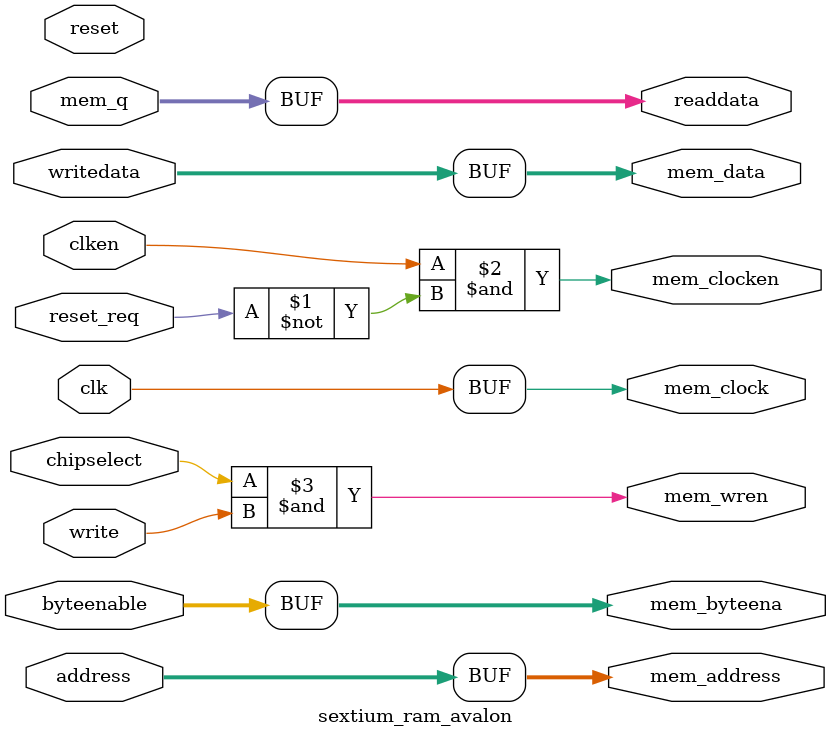
<source format=v>
module sextium_ram_avalon(
	input [15:0] address,
	input [1:0] byteenable,
	input chipselect,
	input clk,
	input clken,
	input reset,
	input reset_req,
	input write,
	input [15:0] writedata,
	output [15:0] readdata,
	
	output [15:0] mem_address,
	output [1:0] mem_byteena,
	output mem_clock,
	output mem_clocken,
	output [15:0] mem_data,
	input [15:0] mem_q,
	output mem_wren
);

	assign mem_address = address;
	assign mem_byteena = byteenable;
	assign mem_clock = clk;
	assign mem_clocken = clken & ~reset_req;
	assign mem_data = writedata;
	assign mem_wren = chipselect & write;
	assign readdata = mem_q;

endmodule
</source>
